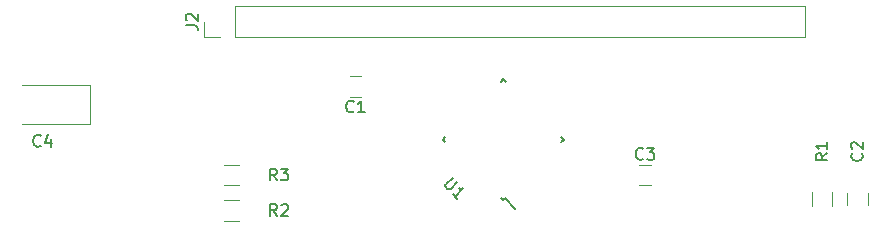
<source format=gbr>
G04 #@! TF.GenerationSoftware,KiCad,Pcbnew,(5.1.6)-1*
G04 #@! TF.CreationDate,2020-10-30T20:32:16+01:00*
G04 #@! TF.ProjectId,light-ctl,6c696768-742d-4637-946c-2e6b69636164,rev?*
G04 #@! TF.SameCoordinates,Original*
G04 #@! TF.FileFunction,Legend,Top*
G04 #@! TF.FilePolarity,Positive*
%FSLAX46Y46*%
G04 Gerber Fmt 4.6, Leading zero omitted, Abs format (unit mm)*
G04 Created by KiCad (PCBNEW (5.1.6)-1) date 2020-10-30 20:32:16*
%MOMM*%
%LPD*%
G01*
G04 APERTURE LIST*
%ADD10C,0.120000*%
%ADD11C,0.150000*%
G04 APERTURE END LIST*
D10*
X140000000Y-109350000D02*
X141000000Y-109350000D01*
X141000000Y-107650000D02*
X140000000Y-107650000D01*
X183850000Y-118500000D02*
X183850000Y-117500000D01*
X182150000Y-117500000D02*
X182150000Y-118500000D01*
X165500000Y-115150000D02*
X164500000Y-115150000D01*
X164500000Y-116850000D02*
X165500000Y-116850000D01*
X178590000Y-104330000D02*
X178590000Y-101670000D01*
X130270000Y-104330000D02*
X178590000Y-104330000D01*
X130270000Y-101670000D02*
X178590000Y-101670000D01*
X130270000Y-104330000D02*
X130270000Y-101670000D01*
X129000000Y-104330000D02*
X127670000Y-104330000D01*
X127670000Y-104330000D02*
X127670000Y-103000000D01*
X179120000Y-118600000D02*
X179120000Y-117400000D01*
X180880000Y-117400000D02*
X180880000Y-118600000D01*
X129400000Y-118120000D02*
X130600000Y-118120000D01*
X130600000Y-119880000D02*
X129400000Y-119880000D01*
X130600000Y-116880000D02*
X129400000Y-116880000D01*
X129400000Y-115120000D02*
X130600000Y-115120000D01*
D11*
X153000000Y-118126524D02*
X153159099Y-117967425D01*
X147873476Y-113000000D02*
X148085608Y-112787868D01*
X153000000Y-107873476D02*
X152787868Y-108085608D01*
X158126524Y-113000000D02*
X157914392Y-113212132D01*
X153000000Y-118126524D02*
X152787868Y-117914392D01*
X158126524Y-113000000D02*
X157914392Y-112787868D01*
X153000000Y-107873476D02*
X153212132Y-108085608D01*
X147873476Y-113000000D02*
X148085608Y-113212132D01*
X153159099Y-117967425D02*
X154025305Y-118833631D01*
D10*
X118050000Y-111650000D02*
X112250000Y-111650000D01*
X118050000Y-108350000D02*
X112250000Y-108350000D01*
X118050000Y-111650000D02*
X118050000Y-108350000D01*
D11*
X140333333Y-110607142D02*
X140285714Y-110654761D01*
X140142857Y-110702380D01*
X140047619Y-110702380D01*
X139904761Y-110654761D01*
X139809523Y-110559523D01*
X139761904Y-110464285D01*
X139714285Y-110273809D01*
X139714285Y-110130952D01*
X139761904Y-109940476D01*
X139809523Y-109845238D01*
X139904761Y-109750000D01*
X140047619Y-109702380D01*
X140142857Y-109702380D01*
X140285714Y-109750000D01*
X140333333Y-109797619D01*
X141285714Y-110702380D02*
X140714285Y-110702380D01*
X141000000Y-110702380D02*
X141000000Y-109702380D01*
X140904761Y-109845238D01*
X140809523Y-109940476D01*
X140714285Y-109988095D01*
X183357142Y-114166666D02*
X183404761Y-114214285D01*
X183452380Y-114357142D01*
X183452380Y-114452380D01*
X183404761Y-114595238D01*
X183309523Y-114690476D01*
X183214285Y-114738095D01*
X183023809Y-114785714D01*
X182880952Y-114785714D01*
X182690476Y-114738095D01*
X182595238Y-114690476D01*
X182500000Y-114595238D01*
X182452380Y-114452380D01*
X182452380Y-114357142D01*
X182500000Y-114214285D01*
X182547619Y-114166666D01*
X182547619Y-113785714D02*
X182500000Y-113738095D01*
X182452380Y-113642857D01*
X182452380Y-113404761D01*
X182500000Y-113309523D01*
X182547619Y-113261904D01*
X182642857Y-113214285D01*
X182738095Y-113214285D01*
X182880952Y-113261904D01*
X183452380Y-113833333D01*
X183452380Y-113214285D01*
X164833333Y-114607142D02*
X164785714Y-114654761D01*
X164642857Y-114702380D01*
X164547619Y-114702380D01*
X164404761Y-114654761D01*
X164309523Y-114559523D01*
X164261904Y-114464285D01*
X164214285Y-114273809D01*
X164214285Y-114130952D01*
X164261904Y-113940476D01*
X164309523Y-113845238D01*
X164404761Y-113750000D01*
X164547619Y-113702380D01*
X164642857Y-113702380D01*
X164785714Y-113750000D01*
X164833333Y-113797619D01*
X165166666Y-113702380D02*
X165785714Y-113702380D01*
X165452380Y-114083333D01*
X165595238Y-114083333D01*
X165690476Y-114130952D01*
X165738095Y-114178571D01*
X165785714Y-114273809D01*
X165785714Y-114511904D01*
X165738095Y-114607142D01*
X165690476Y-114654761D01*
X165595238Y-114702380D01*
X165309523Y-114702380D01*
X165214285Y-114654761D01*
X165166666Y-114607142D01*
X126122380Y-103333333D02*
X126836666Y-103333333D01*
X126979523Y-103380952D01*
X127074761Y-103476190D01*
X127122380Y-103619047D01*
X127122380Y-103714285D01*
X126217619Y-102904761D02*
X126170000Y-102857142D01*
X126122380Y-102761904D01*
X126122380Y-102523809D01*
X126170000Y-102428571D01*
X126217619Y-102380952D01*
X126312857Y-102333333D01*
X126408095Y-102333333D01*
X126550952Y-102380952D01*
X127122380Y-102952380D01*
X127122380Y-102333333D01*
X180452380Y-114166666D02*
X179976190Y-114500000D01*
X180452380Y-114738095D02*
X179452380Y-114738095D01*
X179452380Y-114357142D01*
X179500000Y-114261904D01*
X179547619Y-114214285D01*
X179642857Y-114166666D01*
X179785714Y-114166666D01*
X179880952Y-114214285D01*
X179928571Y-114261904D01*
X179976190Y-114357142D01*
X179976190Y-114738095D01*
X180452380Y-113214285D02*
X180452380Y-113785714D01*
X180452380Y-113500000D02*
X179452380Y-113500000D01*
X179595238Y-113595238D01*
X179690476Y-113690476D01*
X179738095Y-113785714D01*
X133833333Y-119452380D02*
X133500000Y-118976190D01*
X133261904Y-119452380D02*
X133261904Y-118452380D01*
X133642857Y-118452380D01*
X133738095Y-118500000D01*
X133785714Y-118547619D01*
X133833333Y-118642857D01*
X133833333Y-118785714D01*
X133785714Y-118880952D01*
X133738095Y-118928571D01*
X133642857Y-118976190D01*
X133261904Y-118976190D01*
X134214285Y-118547619D02*
X134261904Y-118500000D01*
X134357142Y-118452380D01*
X134595238Y-118452380D01*
X134690476Y-118500000D01*
X134738095Y-118547619D01*
X134785714Y-118642857D01*
X134785714Y-118738095D01*
X134738095Y-118880952D01*
X134166666Y-119452380D01*
X134785714Y-119452380D01*
X133833333Y-116452380D02*
X133500000Y-115976190D01*
X133261904Y-116452380D02*
X133261904Y-115452380D01*
X133642857Y-115452380D01*
X133738095Y-115500000D01*
X133785714Y-115547619D01*
X133833333Y-115642857D01*
X133833333Y-115785714D01*
X133785714Y-115880952D01*
X133738095Y-115928571D01*
X133642857Y-115976190D01*
X133261904Y-115976190D01*
X134166666Y-115452380D02*
X134785714Y-115452380D01*
X134452380Y-115833333D01*
X134595238Y-115833333D01*
X134690476Y-115880952D01*
X134738095Y-115928571D01*
X134785714Y-116023809D01*
X134785714Y-116261904D01*
X134738095Y-116357142D01*
X134690476Y-116404761D01*
X134595238Y-116452380D01*
X134309523Y-116452380D01*
X134214285Y-116404761D01*
X134166666Y-116357142D01*
X148711902Y-116210601D02*
X148139482Y-116783021D01*
X148105810Y-116884036D01*
X148105810Y-116951380D01*
X148139482Y-117052395D01*
X148274169Y-117187082D01*
X148375184Y-117220754D01*
X148442528Y-117220754D01*
X148543543Y-117187082D01*
X149115963Y-116614662D01*
X149115963Y-118028876D02*
X148711902Y-117624815D01*
X148913932Y-117826845D02*
X149621039Y-117119739D01*
X149452680Y-117153410D01*
X149317993Y-117153410D01*
X149216978Y-117119739D01*
X113833333Y-113507142D02*
X113785714Y-113554761D01*
X113642857Y-113602380D01*
X113547619Y-113602380D01*
X113404761Y-113554761D01*
X113309523Y-113459523D01*
X113261904Y-113364285D01*
X113214285Y-113173809D01*
X113214285Y-113030952D01*
X113261904Y-112840476D01*
X113309523Y-112745238D01*
X113404761Y-112650000D01*
X113547619Y-112602380D01*
X113642857Y-112602380D01*
X113785714Y-112650000D01*
X113833333Y-112697619D01*
X114690476Y-112935714D02*
X114690476Y-113602380D01*
X114452380Y-112554761D02*
X114214285Y-113269047D01*
X114833333Y-113269047D01*
M02*

</source>
